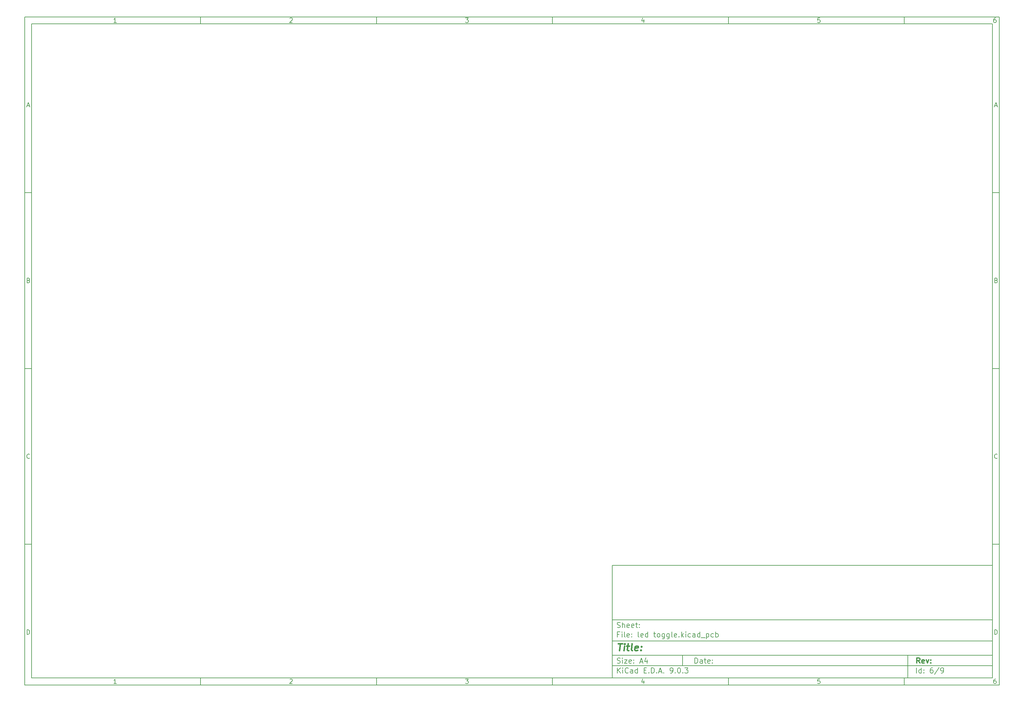
<source format=gbr>
%TF.GenerationSoftware,KiCad,Pcbnew,9.0.3*%
%TF.CreationDate,2025-07-31T01:26:59+05:30*%
%TF.ProjectId,led toggle,6c656420-746f-4676-976c-652e6b696361,rev?*%
%TF.SameCoordinates,Original*%
%TF.FileFunction,Legend,Bot*%
%TF.FilePolarity,Positive*%
%FSLAX46Y46*%
G04 Gerber Fmt 4.6, Leading zero omitted, Abs format (unit mm)*
G04 Created by KiCad (PCBNEW 9.0.3) date 2025-07-31 01:26:59*
%MOMM*%
%LPD*%
G01*
G04 APERTURE LIST*
%ADD10C,0.100000*%
%ADD11C,0.150000*%
%ADD12C,0.300000*%
%ADD13C,0.400000*%
G04 APERTURE END LIST*
D10*
D11*
X177002200Y-166007200D02*
X285002200Y-166007200D01*
X285002200Y-198007200D01*
X177002200Y-198007200D01*
X177002200Y-166007200D01*
D10*
D11*
X10000000Y-10000000D02*
X287002200Y-10000000D01*
X287002200Y-200007200D01*
X10000000Y-200007200D01*
X10000000Y-10000000D01*
D10*
D11*
X12000000Y-12000000D02*
X285002200Y-12000000D01*
X285002200Y-198007200D01*
X12000000Y-198007200D01*
X12000000Y-12000000D01*
D10*
D11*
X60000000Y-12000000D02*
X60000000Y-10000000D01*
D10*
D11*
X110000000Y-12000000D02*
X110000000Y-10000000D01*
D10*
D11*
X160000000Y-12000000D02*
X160000000Y-10000000D01*
D10*
D11*
X210000000Y-12000000D02*
X210000000Y-10000000D01*
D10*
D11*
X260000000Y-12000000D02*
X260000000Y-10000000D01*
D10*
D11*
X36089160Y-11593604D02*
X35346303Y-11593604D01*
X35717731Y-11593604D02*
X35717731Y-10293604D01*
X35717731Y-10293604D02*
X35593922Y-10479319D01*
X35593922Y-10479319D02*
X35470112Y-10603128D01*
X35470112Y-10603128D02*
X35346303Y-10665033D01*
D10*
D11*
X85346303Y-10417414D02*
X85408207Y-10355509D01*
X85408207Y-10355509D02*
X85532017Y-10293604D01*
X85532017Y-10293604D02*
X85841541Y-10293604D01*
X85841541Y-10293604D02*
X85965350Y-10355509D01*
X85965350Y-10355509D02*
X86027255Y-10417414D01*
X86027255Y-10417414D02*
X86089160Y-10541223D01*
X86089160Y-10541223D02*
X86089160Y-10665033D01*
X86089160Y-10665033D02*
X86027255Y-10850747D01*
X86027255Y-10850747D02*
X85284398Y-11593604D01*
X85284398Y-11593604D02*
X86089160Y-11593604D01*
D10*
D11*
X135284398Y-10293604D02*
X136089160Y-10293604D01*
X136089160Y-10293604D02*
X135655826Y-10788842D01*
X135655826Y-10788842D02*
X135841541Y-10788842D01*
X135841541Y-10788842D02*
X135965350Y-10850747D01*
X135965350Y-10850747D02*
X136027255Y-10912652D01*
X136027255Y-10912652D02*
X136089160Y-11036461D01*
X136089160Y-11036461D02*
X136089160Y-11345985D01*
X136089160Y-11345985D02*
X136027255Y-11469795D01*
X136027255Y-11469795D02*
X135965350Y-11531700D01*
X135965350Y-11531700D02*
X135841541Y-11593604D01*
X135841541Y-11593604D02*
X135470112Y-11593604D01*
X135470112Y-11593604D02*
X135346303Y-11531700D01*
X135346303Y-11531700D02*
X135284398Y-11469795D01*
D10*
D11*
X185965350Y-10726938D02*
X185965350Y-11593604D01*
X185655826Y-10231700D02*
X185346303Y-11160271D01*
X185346303Y-11160271D02*
X186151064Y-11160271D01*
D10*
D11*
X236027255Y-10293604D02*
X235408207Y-10293604D01*
X235408207Y-10293604D02*
X235346303Y-10912652D01*
X235346303Y-10912652D02*
X235408207Y-10850747D01*
X235408207Y-10850747D02*
X235532017Y-10788842D01*
X235532017Y-10788842D02*
X235841541Y-10788842D01*
X235841541Y-10788842D02*
X235965350Y-10850747D01*
X235965350Y-10850747D02*
X236027255Y-10912652D01*
X236027255Y-10912652D02*
X236089160Y-11036461D01*
X236089160Y-11036461D02*
X236089160Y-11345985D01*
X236089160Y-11345985D02*
X236027255Y-11469795D01*
X236027255Y-11469795D02*
X235965350Y-11531700D01*
X235965350Y-11531700D02*
X235841541Y-11593604D01*
X235841541Y-11593604D02*
X235532017Y-11593604D01*
X235532017Y-11593604D02*
X235408207Y-11531700D01*
X235408207Y-11531700D02*
X235346303Y-11469795D01*
D10*
D11*
X285965350Y-10293604D02*
X285717731Y-10293604D01*
X285717731Y-10293604D02*
X285593922Y-10355509D01*
X285593922Y-10355509D02*
X285532017Y-10417414D01*
X285532017Y-10417414D02*
X285408207Y-10603128D01*
X285408207Y-10603128D02*
X285346303Y-10850747D01*
X285346303Y-10850747D02*
X285346303Y-11345985D01*
X285346303Y-11345985D02*
X285408207Y-11469795D01*
X285408207Y-11469795D02*
X285470112Y-11531700D01*
X285470112Y-11531700D02*
X285593922Y-11593604D01*
X285593922Y-11593604D02*
X285841541Y-11593604D01*
X285841541Y-11593604D02*
X285965350Y-11531700D01*
X285965350Y-11531700D02*
X286027255Y-11469795D01*
X286027255Y-11469795D02*
X286089160Y-11345985D01*
X286089160Y-11345985D02*
X286089160Y-11036461D01*
X286089160Y-11036461D02*
X286027255Y-10912652D01*
X286027255Y-10912652D02*
X285965350Y-10850747D01*
X285965350Y-10850747D02*
X285841541Y-10788842D01*
X285841541Y-10788842D02*
X285593922Y-10788842D01*
X285593922Y-10788842D02*
X285470112Y-10850747D01*
X285470112Y-10850747D02*
X285408207Y-10912652D01*
X285408207Y-10912652D02*
X285346303Y-11036461D01*
D10*
D11*
X60000000Y-198007200D02*
X60000000Y-200007200D01*
D10*
D11*
X110000000Y-198007200D02*
X110000000Y-200007200D01*
D10*
D11*
X160000000Y-198007200D02*
X160000000Y-200007200D01*
D10*
D11*
X210000000Y-198007200D02*
X210000000Y-200007200D01*
D10*
D11*
X260000000Y-198007200D02*
X260000000Y-200007200D01*
D10*
D11*
X36089160Y-199600804D02*
X35346303Y-199600804D01*
X35717731Y-199600804D02*
X35717731Y-198300804D01*
X35717731Y-198300804D02*
X35593922Y-198486519D01*
X35593922Y-198486519D02*
X35470112Y-198610328D01*
X35470112Y-198610328D02*
X35346303Y-198672233D01*
D10*
D11*
X85346303Y-198424614D02*
X85408207Y-198362709D01*
X85408207Y-198362709D02*
X85532017Y-198300804D01*
X85532017Y-198300804D02*
X85841541Y-198300804D01*
X85841541Y-198300804D02*
X85965350Y-198362709D01*
X85965350Y-198362709D02*
X86027255Y-198424614D01*
X86027255Y-198424614D02*
X86089160Y-198548423D01*
X86089160Y-198548423D02*
X86089160Y-198672233D01*
X86089160Y-198672233D02*
X86027255Y-198857947D01*
X86027255Y-198857947D02*
X85284398Y-199600804D01*
X85284398Y-199600804D02*
X86089160Y-199600804D01*
D10*
D11*
X135284398Y-198300804D02*
X136089160Y-198300804D01*
X136089160Y-198300804D02*
X135655826Y-198796042D01*
X135655826Y-198796042D02*
X135841541Y-198796042D01*
X135841541Y-198796042D02*
X135965350Y-198857947D01*
X135965350Y-198857947D02*
X136027255Y-198919852D01*
X136027255Y-198919852D02*
X136089160Y-199043661D01*
X136089160Y-199043661D02*
X136089160Y-199353185D01*
X136089160Y-199353185D02*
X136027255Y-199476995D01*
X136027255Y-199476995D02*
X135965350Y-199538900D01*
X135965350Y-199538900D02*
X135841541Y-199600804D01*
X135841541Y-199600804D02*
X135470112Y-199600804D01*
X135470112Y-199600804D02*
X135346303Y-199538900D01*
X135346303Y-199538900D02*
X135284398Y-199476995D01*
D10*
D11*
X185965350Y-198734138D02*
X185965350Y-199600804D01*
X185655826Y-198238900D02*
X185346303Y-199167471D01*
X185346303Y-199167471D02*
X186151064Y-199167471D01*
D10*
D11*
X236027255Y-198300804D02*
X235408207Y-198300804D01*
X235408207Y-198300804D02*
X235346303Y-198919852D01*
X235346303Y-198919852D02*
X235408207Y-198857947D01*
X235408207Y-198857947D02*
X235532017Y-198796042D01*
X235532017Y-198796042D02*
X235841541Y-198796042D01*
X235841541Y-198796042D02*
X235965350Y-198857947D01*
X235965350Y-198857947D02*
X236027255Y-198919852D01*
X236027255Y-198919852D02*
X236089160Y-199043661D01*
X236089160Y-199043661D02*
X236089160Y-199353185D01*
X236089160Y-199353185D02*
X236027255Y-199476995D01*
X236027255Y-199476995D02*
X235965350Y-199538900D01*
X235965350Y-199538900D02*
X235841541Y-199600804D01*
X235841541Y-199600804D02*
X235532017Y-199600804D01*
X235532017Y-199600804D02*
X235408207Y-199538900D01*
X235408207Y-199538900D02*
X235346303Y-199476995D01*
D10*
D11*
X285965350Y-198300804D02*
X285717731Y-198300804D01*
X285717731Y-198300804D02*
X285593922Y-198362709D01*
X285593922Y-198362709D02*
X285532017Y-198424614D01*
X285532017Y-198424614D02*
X285408207Y-198610328D01*
X285408207Y-198610328D02*
X285346303Y-198857947D01*
X285346303Y-198857947D02*
X285346303Y-199353185D01*
X285346303Y-199353185D02*
X285408207Y-199476995D01*
X285408207Y-199476995D02*
X285470112Y-199538900D01*
X285470112Y-199538900D02*
X285593922Y-199600804D01*
X285593922Y-199600804D02*
X285841541Y-199600804D01*
X285841541Y-199600804D02*
X285965350Y-199538900D01*
X285965350Y-199538900D02*
X286027255Y-199476995D01*
X286027255Y-199476995D02*
X286089160Y-199353185D01*
X286089160Y-199353185D02*
X286089160Y-199043661D01*
X286089160Y-199043661D02*
X286027255Y-198919852D01*
X286027255Y-198919852D02*
X285965350Y-198857947D01*
X285965350Y-198857947D02*
X285841541Y-198796042D01*
X285841541Y-198796042D02*
X285593922Y-198796042D01*
X285593922Y-198796042D02*
X285470112Y-198857947D01*
X285470112Y-198857947D02*
X285408207Y-198919852D01*
X285408207Y-198919852D02*
X285346303Y-199043661D01*
D10*
D11*
X10000000Y-60000000D02*
X12000000Y-60000000D01*
D10*
D11*
X10000000Y-110000000D02*
X12000000Y-110000000D01*
D10*
D11*
X10000000Y-160000000D02*
X12000000Y-160000000D01*
D10*
D11*
X10690476Y-35222176D02*
X11309523Y-35222176D01*
X10566666Y-35593604D02*
X10999999Y-34293604D01*
X10999999Y-34293604D02*
X11433333Y-35593604D01*
D10*
D11*
X11092857Y-84912652D02*
X11278571Y-84974557D01*
X11278571Y-84974557D02*
X11340476Y-85036461D01*
X11340476Y-85036461D02*
X11402380Y-85160271D01*
X11402380Y-85160271D02*
X11402380Y-85345985D01*
X11402380Y-85345985D02*
X11340476Y-85469795D01*
X11340476Y-85469795D02*
X11278571Y-85531700D01*
X11278571Y-85531700D02*
X11154761Y-85593604D01*
X11154761Y-85593604D02*
X10659523Y-85593604D01*
X10659523Y-85593604D02*
X10659523Y-84293604D01*
X10659523Y-84293604D02*
X11092857Y-84293604D01*
X11092857Y-84293604D02*
X11216666Y-84355509D01*
X11216666Y-84355509D02*
X11278571Y-84417414D01*
X11278571Y-84417414D02*
X11340476Y-84541223D01*
X11340476Y-84541223D02*
X11340476Y-84665033D01*
X11340476Y-84665033D02*
X11278571Y-84788842D01*
X11278571Y-84788842D02*
X11216666Y-84850747D01*
X11216666Y-84850747D02*
X11092857Y-84912652D01*
X11092857Y-84912652D02*
X10659523Y-84912652D01*
D10*
D11*
X11402380Y-135469795D02*
X11340476Y-135531700D01*
X11340476Y-135531700D02*
X11154761Y-135593604D01*
X11154761Y-135593604D02*
X11030952Y-135593604D01*
X11030952Y-135593604D02*
X10845238Y-135531700D01*
X10845238Y-135531700D02*
X10721428Y-135407890D01*
X10721428Y-135407890D02*
X10659523Y-135284080D01*
X10659523Y-135284080D02*
X10597619Y-135036461D01*
X10597619Y-135036461D02*
X10597619Y-134850747D01*
X10597619Y-134850747D02*
X10659523Y-134603128D01*
X10659523Y-134603128D02*
X10721428Y-134479319D01*
X10721428Y-134479319D02*
X10845238Y-134355509D01*
X10845238Y-134355509D02*
X11030952Y-134293604D01*
X11030952Y-134293604D02*
X11154761Y-134293604D01*
X11154761Y-134293604D02*
X11340476Y-134355509D01*
X11340476Y-134355509D02*
X11402380Y-134417414D01*
D10*
D11*
X10659523Y-185593604D02*
X10659523Y-184293604D01*
X10659523Y-184293604D02*
X10969047Y-184293604D01*
X10969047Y-184293604D02*
X11154761Y-184355509D01*
X11154761Y-184355509D02*
X11278571Y-184479319D01*
X11278571Y-184479319D02*
X11340476Y-184603128D01*
X11340476Y-184603128D02*
X11402380Y-184850747D01*
X11402380Y-184850747D02*
X11402380Y-185036461D01*
X11402380Y-185036461D02*
X11340476Y-185284080D01*
X11340476Y-185284080D02*
X11278571Y-185407890D01*
X11278571Y-185407890D02*
X11154761Y-185531700D01*
X11154761Y-185531700D02*
X10969047Y-185593604D01*
X10969047Y-185593604D02*
X10659523Y-185593604D01*
D10*
D11*
X287002200Y-60000000D02*
X285002200Y-60000000D01*
D10*
D11*
X287002200Y-110000000D02*
X285002200Y-110000000D01*
D10*
D11*
X287002200Y-160000000D02*
X285002200Y-160000000D01*
D10*
D11*
X285692676Y-35222176D02*
X286311723Y-35222176D01*
X285568866Y-35593604D02*
X286002199Y-34293604D01*
X286002199Y-34293604D02*
X286435533Y-35593604D01*
D10*
D11*
X286095057Y-84912652D02*
X286280771Y-84974557D01*
X286280771Y-84974557D02*
X286342676Y-85036461D01*
X286342676Y-85036461D02*
X286404580Y-85160271D01*
X286404580Y-85160271D02*
X286404580Y-85345985D01*
X286404580Y-85345985D02*
X286342676Y-85469795D01*
X286342676Y-85469795D02*
X286280771Y-85531700D01*
X286280771Y-85531700D02*
X286156961Y-85593604D01*
X286156961Y-85593604D02*
X285661723Y-85593604D01*
X285661723Y-85593604D02*
X285661723Y-84293604D01*
X285661723Y-84293604D02*
X286095057Y-84293604D01*
X286095057Y-84293604D02*
X286218866Y-84355509D01*
X286218866Y-84355509D02*
X286280771Y-84417414D01*
X286280771Y-84417414D02*
X286342676Y-84541223D01*
X286342676Y-84541223D02*
X286342676Y-84665033D01*
X286342676Y-84665033D02*
X286280771Y-84788842D01*
X286280771Y-84788842D02*
X286218866Y-84850747D01*
X286218866Y-84850747D02*
X286095057Y-84912652D01*
X286095057Y-84912652D02*
X285661723Y-84912652D01*
D10*
D11*
X286404580Y-135469795D02*
X286342676Y-135531700D01*
X286342676Y-135531700D02*
X286156961Y-135593604D01*
X286156961Y-135593604D02*
X286033152Y-135593604D01*
X286033152Y-135593604D02*
X285847438Y-135531700D01*
X285847438Y-135531700D02*
X285723628Y-135407890D01*
X285723628Y-135407890D02*
X285661723Y-135284080D01*
X285661723Y-135284080D02*
X285599819Y-135036461D01*
X285599819Y-135036461D02*
X285599819Y-134850747D01*
X285599819Y-134850747D02*
X285661723Y-134603128D01*
X285661723Y-134603128D02*
X285723628Y-134479319D01*
X285723628Y-134479319D02*
X285847438Y-134355509D01*
X285847438Y-134355509D02*
X286033152Y-134293604D01*
X286033152Y-134293604D02*
X286156961Y-134293604D01*
X286156961Y-134293604D02*
X286342676Y-134355509D01*
X286342676Y-134355509D02*
X286404580Y-134417414D01*
D10*
D11*
X285661723Y-185593604D02*
X285661723Y-184293604D01*
X285661723Y-184293604D02*
X285971247Y-184293604D01*
X285971247Y-184293604D02*
X286156961Y-184355509D01*
X286156961Y-184355509D02*
X286280771Y-184479319D01*
X286280771Y-184479319D02*
X286342676Y-184603128D01*
X286342676Y-184603128D02*
X286404580Y-184850747D01*
X286404580Y-184850747D02*
X286404580Y-185036461D01*
X286404580Y-185036461D02*
X286342676Y-185284080D01*
X286342676Y-185284080D02*
X286280771Y-185407890D01*
X286280771Y-185407890D02*
X286156961Y-185531700D01*
X286156961Y-185531700D02*
X285971247Y-185593604D01*
X285971247Y-185593604D02*
X285661723Y-185593604D01*
D10*
D11*
X200458026Y-193793328D02*
X200458026Y-192293328D01*
X200458026Y-192293328D02*
X200815169Y-192293328D01*
X200815169Y-192293328D02*
X201029455Y-192364757D01*
X201029455Y-192364757D02*
X201172312Y-192507614D01*
X201172312Y-192507614D02*
X201243741Y-192650471D01*
X201243741Y-192650471D02*
X201315169Y-192936185D01*
X201315169Y-192936185D02*
X201315169Y-193150471D01*
X201315169Y-193150471D02*
X201243741Y-193436185D01*
X201243741Y-193436185D02*
X201172312Y-193579042D01*
X201172312Y-193579042D02*
X201029455Y-193721900D01*
X201029455Y-193721900D02*
X200815169Y-193793328D01*
X200815169Y-193793328D02*
X200458026Y-193793328D01*
X202600884Y-193793328D02*
X202600884Y-193007614D01*
X202600884Y-193007614D02*
X202529455Y-192864757D01*
X202529455Y-192864757D02*
X202386598Y-192793328D01*
X202386598Y-192793328D02*
X202100884Y-192793328D01*
X202100884Y-192793328D02*
X201958026Y-192864757D01*
X202600884Y-193721900D02*
X202458026Y-193793328D01*
X202458026Y-193793328D02*
X202100884Y-193793328D01*
X202100884Y-193793328D02*
X201958026Y-193721900D01*
X201958026Y-193721900D02*
X201886598Y-193579042D01*
X201886598Y-193579042D02*
X201886598Y-193436185D01*
X201886598Y-193436185D02*
X201958026Y-193293328D01*
X201958026Y-193293328D02*
X202100884Y-193221900D01*
X202100884Y-193221900D02*
X202458026Y-193221900D01*
X202458026Y-193221900D02*
X202600884Y-193150471D01*
X203100884Y-192793328D02*
X203672312Y-192793328D01*
X203315169Y-192293328D02*
X203315169Y-193579042D01*
X203315169Y-193579042D02*
X203386598Y-193721900D01*
X203386598Y-193721900D02*
X203529455Y-193793328D01*
X203529455Y-193793328D02*
X203672312Y-193793328D01*
X204743741Y-193721900D02*
X204600884Y-193793328D01*
X204600884Y-193793328D02*
X204315170Y-193793328D01*
X204315170Y-193793328D02*
X204172312Y-193721900D01*
X204172312Y-193721900D02*
X204100884Y-193579042D01*
X204100884Y-193579042D02*
X204100884Y-193007614D01*
X204100884Y-193007614D02*
X204172312Y-192864757D01*
X204172312Y-192864757D02*
X204315170Y-192793328D01*
X204315170Y-192793328D02*
X204600884Y-192793328D01*
X204600884Y-192793328D02*
X204743741Y-192864757D01*
X204743741Y-192864757D02*
X204815170Y-193007614D01*
X204815170Y-193007614D02*
X204815170Y-193150471D01*
X204815170Y-193150471D02*
X204100884Y-193293328D01*
X205458026Y-193650471D02*
X205529455Y-193721900D01*
X205529455Y-193721900D02*
X205458026Y-193793328D01*
X205458026Y-193793328D02*
X205386598Y-193721900D01*
X205386598Y-193721900D02*
X205458026Y-193650471D01*
X205458026Y-193650471D02*
X205458026Y-193793328D01*
X205458026Y-192864757D02*
X205529455Y-192936185D01*
X205529455Y-192936185D02*
X205458026Y-193007614D01*
X205458026Y-193007614D02*
X205386598Y-192936185D01*
X205386598Y-192936185D02*
X205458026Y-192864757D01*
X205458026Y-192864757D02*
X205458026Y-193007614D01*
D10*
D11*
X177002200Y-194507200D02*
X285002200Y-194507200D01*
D10*
D11*
X178458026Y-196593328D02*
X178458026Y-195093328D01*
X179315169Y-196593328D02*
X178672312Y-195736185D01*
X179315169Y-195093328D02*
X178458026Y-195950471D01*
X179958026Y-196593328D02*
X179958026Y-195593328D01*
X179958026Y-195093328D02*
X179886598Y-195164757D01*
X179886598Y-195164757D02*
X179958026Y-195236185D01*
X179958026Y-195236185D02*
X180029455Y-195164757D01*
X180029455Y-195164757D02*
X179958026Y-195093328D01*
X179958026Y-195093328D02*
X179958026Y-195236185D01*
X181529455Y-196450471D02*
X181458027Y-196521900D01*
X181458027Y-196521900D02*
X181243741Y-196593328D01*
X181243741Y-196593328D02*
X181100884Y-196593328D01*
X181100884Y-196593328D02*
X180886598Y-196521900D01*
X180886598Y-196521900D02*
X180743741Y-196379042D01*
X180743741Y-196379042D02*
X180672312Y-196236185D01*
X180672312Y-196236185D02*
X180600884Y-195950471D01*
X180600884Y-195950471D02*
X180600884Y-195736185D01*
X180600884Y-195736185D02*
X180672312Y-195450471D01*
X180672312Y-195450471D02*
X180743741Y-195307614D01*
X180743741Y-195307614D02*
X180886598Y-195164757D01*
X180886598Y-195164757D02*
X181100884Y-195093328D01*
X181100884Y-195093328D02*
X181243741Y-195093328D01*
X181243741Y-195093328D02*
X181458027Y-195164757D01*
X181458027Y-195164757D02*
X181529455Y-195236185D01*
X182815170Y-196593328D02*
X182815170Y-195807614D01*
X182815170Y-195807614D02*
X182743741Y-195664757D01*
X182743741Y-195664757D02*
X182600884Y-195593328D01*
X182600884Y-195593328D02*
X182315170Y-195593328D01*
X182315170Y-195593328D02*
X182172312Y-195664757D01*
X182815170Y-196521900D02*
X182672312Y-196593328D01*
X182672312Y-196593328D02*
X182315170Y-196593328D01*
X182315170Y-196593328D02*
X182172312Y-196521900D01*
X182172312Y-196521900D02*
X182100884Y-196379042D01*
X182100884Y-196379042D02*
X182100884Y-196236185D01*
X182100884Y-196236185D02*
X182172312Y-196093328D01*
X182172312Y-196093328D02*
X182315170Y-196021900D01*
X182315170Y-196021900D02*
X182672312Y-196021900D01*
X182672312Y-196021900D02*
X182815170Y-195950471D01*
X184172313Y-196593328D02*
X184172313Y-195093328D01*
X184172313Y-196521900D02*
X184029455Y-196593328D01*
X184029455Y-196593328D02*
X183743741Y-196593328D01*
X183743741Y-196593328D02*
X183600884Y-196521900D01*
X183600884Y-196521900D02*
X183529455Y-196450471D01*
X183529455Y-196450471D02*
X183458027Y-196307614D01*
X183458027Y-196307614D02*
X183458027Y-195879042D01*
X183458027Y-195879042D02*
X183529455Y-195736185D01*
X183529455Y-195736185D02*
X183600884Y-195664757D01*
X183600884Y-195664757D02*
X183743741Y-195593328D01*
X183743741Y-195593328D02*
X184029455Y-195593328D01*
X184029455Y-195593328D02*
X184172313Y-195664757D01*
X186029455Y-195807614D02*
X186529455Y-195807614D01*
X186743741Y-196593328D02*
X186029455Y-196593328D01*
X186029455Y-196593328D02*
X186029455Y-195093328D01*
X186029455Y-195093328D02*
X186743741Y-195093328D01*
X187386598Y-196450471D02*
X187458027Y-196521900D01*
X187458027Y-196521900D02*
X187386598Y-196593328D01*
X187386598Y-196593328D02*
X187315170Y-196521900D01*
X187315170Y-196521900D02*
X187386598Y-196450471D01*
X187386598Y-196450471D02*
X187386598Y-196593328D01*
X188100884Y-196593328D02*
X188100884Y-195093328D01*
X188100884Y-195093328D02*
X188458027Y-195093328D01*
X188458027Y-195093328D02*
X188672313Y-195164757D01*
X188672313Y-195164757D02*
X188815170Y-195307614D01*
X188815170Y-195307614D02*
X188886599Y-195450471D01*
X188886599Y-195450471D02*
X188958027Y-195736185D01*
X188958027Y-195736185D02*
X188958027Y-195950471D01*
X188958027Y-195950471D02*
X188886599Y-196236185D01*
X188886599Y-196236185D02*
X188815170Y-196379042D01*
X188815170Y-196379042D02*
X188672313Y-196521900D01*
X188672313Y-196521900D02*
X188458027Y-196593328D01*
X188458027Y-196593328D02*
X188100884Y-196593328D01*
X189600884Y-196450471D02*
X189672313Y-196521900D01*
X189672313Y-196521900D02*
X189600884Y-196593328D01*
X189600884Y-196593328D02*
X189529456Y-196521900D01*
X189529456Y-196521900D02*
X189600884Y-196450471D01*
X189600884Y-196450471D02*
X189600884Y-196593328D01*
X190243742Y-196164757D02*
X190958028Y-196164757D01*
X190100885Y-196593328D02*
X190600885Y-195093328D01*
X190600885Y-195093328D02*
X191100885Y-196593328D01*
X191600884Y-196450471D02*
X191672313Y-196521900D01*
X191672313Y-196521900D02*
X191600884Y-196593328D01*
X191600884Y-196593328D02*
X191529456Y-196521900D01*
X191529456Y-196521900D02*
X191600884Y-196450471D01*
X191600884Y-196450471D02*
X191600884Y-196593328D01*
X193529456Y-196593328D02*
X193815170Y-196593328D01*
X193815170Y-196593328D02*
X193958027Y-196521900D01*
X193958027Y-196521900D02*
X194029456Y-196450471D01*
X194029456Y-196450471D02*
X194172313Y-196236185D01*
X194172313Y-196236185D02*
X194243742Y-195950471D01*
X194243742Y-195950471D02*
X194243742Y-195379042D01*
X194243742Y-195379042D02*
X194172313Y-195236185D01*
X194172313Y-195236185D02*
X194100885Y-195164757D01*
X194100885Y-195164757D02*
X193958027Y-195093328D01*
X193958027Y-195093328D02*
X193672313Y-195093328D01*
X193672313Y-195093328D02*
X193529456Y-195164757D01*
X193529456Y-195164757D02*
X193458027Y-195236185D01*
X193458027Y-195236185D02*
X193386599Y-195379042D01*
X193386599Y-195379042D02*
X193386599Y-195736185D01*
X193386599Y-195736185D02*
X193458027Y-195879042D01*
X193458027Y-195879042D02*
X193529456Y-195950471D01*
X193529456Y-195950471D02*
X193672313Y-196021900D01*
X193672313Y-196021900D02*
X193958027Y-196021900D01*
X193958027Y-196021900D02*
X194100885Y-195950471D01*
X194100885Y-195950471D02*
X194172313Y-195879042D01*
X194172313Y-195879042D02*
X194243742Y-195736185D01*
X194886598Y-196450471D02*
X194958027Y-196521900D01*
X194958027Y-196521900D02*
X194886598Y-196593328D01*
X194886598Y-196593328D02*
X194815170Y-196521900D01*
X194815170Y-196521900D02*
X194886598Y-196450471D01*
X194886598Y-196450471D02*
X194886598Y-196593328D01*
X195886599Y-195093328D02*
X196029456Y-195093328D01*
X196029456Y-195093328D02*
X196172313Y-195164757D01*
X196172313Y-195164757D02*
X196243742Y-195236185D01*
X196243742Y-195236185D02*
X196315170Y-195379042D01*
X196315170Y-195379042D02*
X196386599Y-195664757D01*
X196386599Y-195664757D02*
X196386599Y-196021900D01*
X196386599Y-196021900D02*
X196315170Y-196307614D01*
X196315170Y-196307614D02*
X196243742Y-196450471D01*
X196243742Y-196450471D02*
X196172313Y-196521900D01*
X196172313Y-196521900D02*
X196029456Y-196593328D01*
X196029456Y-196593328D02*
X195886599Y-196593328D01*
X195886599Y-196593328D02*
X195743742Y-196521900D01*
X195743742Y-196521900D02*
X195672313Y-196450471D01*
X195672313Y-196450471D02*
X195600884Y-196307614D01*
X195600884Y-196307614D02*
X195529456Y-196021900D01*
X195529456Y-196021900D02*
X195529456Y-195664757D01*
X195529456Y-195664757D02*
X195600884Y-195379042D01*
X195600884Y-195379042D02*
X195672313Y-195236185D01*
X195672313Y-195236185D02*
X195743742Y-195164757D01*
X195743742Y-195164757D02*
X195886599Y-195093328D01*
X197029455Y-196450471D02*
X197100884Y-196521900D01*
X197100884Y-196521900D02*
X197029455Y-196593328D01*
X197029455Y-196593328D02*
X196958027Y-196521900D01*
X196958027Y-196521900D02*
X197029455Y-196450471D01*
X197029455Y-196450471D02*
X197029455Y-196593328D01*
X197600884Y-195093328D02*
X198529456Y-195093328D01*
X198529456Y-195093328D02*
X198029456Y-195664757D01*
X198029456Y-195664757D02*
X198243741Y-195664757D01*
X198243741Y-195664757D02*
X198386599Y-195736185D01*
X198386599Y-195736185D02*
X198458027Y-195807614D01*
X198458027Y-195807614D02*
X198529456Y-195950471D01*
X198529456Y-195950471D02*
X198529456Y-196307614D01*
X198529456Y-196307614D02*
X198458027Y-196450471D01*
X198458027Y-196450471D02*
X198386599Y-196521900D01*
X198386599Y-196521900D02*
X198243741Y-196593328D01*
X198243741Y-196593328D02*
X197815170Y-196593328D01*
X197815170Y-196593328D02*
X197672313Y-196521900D01*
X197672313Y-196521900D02*
X197600884Y-196450471D01*
D10*
D11*
X177002200Y-191507200D02*
X285002200Y-191507200D01*
D10*
D12*
X264413853Y-193785528D02*
X263913853Y-193071242D01*
X263556710Y-193785528D02*
X263556710Y-192285528D01*
X263556710Y-192285528D02*
X264128139Y-192285528D01*
X264128139Y-192285528D02*
X264270996Y-192356957D01*
X264270996Y-192356957D02*
X264342425Y-192428385D01*
X264342425Y-192428385D02*
X264413853Y-192571242D01*
X264413853Y-192571242D02*
X264413853Y-192785528D01*
X264413853Y-192785528D02*
X264342425Y-192928385D01*
X264342425Y-192928385D02*
X264270996Y-192999814D01*
X264270996Y-192999814D02*
X264128139Y-193071242D01*
X264128139Y-193071242D02*
X263556710Y-193071242D01*
X265628139Y-193714100D02*
X265485282Y-193785528D01*
X265485282Y-193785528D02*
X265199568Y-193785528D01*
X265199568Y-193785528D02*
X265056710Y-193714100D01*
X265056710Y-193714100D02*
X264985282Y-193571242D01*
X264985282Y-193571242D02*
X264985282Y-192999814D01*
X264985282Y-192999814D02*
X265056710Y-192856957D01*
X265056710Y-192856957D02*
X265199568Y-192785528D01*
X265199568Y-192785528D02*
X265485282Y-192785528D01*
X265485282Y-192785528D02*
X265628139Y-192856957D01*
X265628139Y-192856957D02*
X265699568Y-192999814D01*
X265699568Y-192999814D02*
X265699568Y-193142671D01*
X265699568Y-193142671D02*
X264985282Y-193285528D01*
X266199567Y-192785528D02*
X266556710Y-193785528D01*
X266556710Y-193785528D02*
X266913853Y-192785528D01*
X267485281Y-193642671D02*
X267556710Y-193714100D01*
X267556710Y-193714100D02*
X267485281Y-193785528D01*
X267485281Y-193785528D02*
X267413853Y-193714100D01*
X267413853Y-193714100D02*
X267485281Y-193642671D01*
X267485281Y-193642671D02*
X267485281Y-193785528D01*
X267485281Y-192856957D02*
X267556710Y-192928385D01*
X267556710Y-192928385D02*
X267485281Y-192999814D01*
X267485281Y-192999814D02*
X267413853Y-192928385D01*
X267413853Y-192928385D02*
X267485281Y-192856957D01*
X267485281Y-192856957D02*
X267485281Y-192999814D01*
D10*
D11*
X178386598Y-193721900D02*
X178600884Y-193793328D01*
X178600884Y-193793328D02*
X178958026Y-193793328D01*
X178958026Y-193793328D02*
X179100884Y-193721900D01*
X179100884Y-193721900D02*
X179172312Y-193650471D01*
X179172312Y-193650471D02*
X179243741Y-193507614D01*
X179243741Y-193507614D02*
X179243741Y-193364757D01*
X179243741Y-193364757D02*
X179172312Y-193221900D01*
X179172312Y-193221900D02*
X179100884Y-193150471D01*
X179100884Y-193150471D02*
X178958026Y-193079042D01*
X178958026Y-193079042D02*
X178672312Y-193007614D01*
X178672312Y-193007614D02*
X178529455Y-192936185D01*
X178529455Y-192936185D02*
X178458026Y-192864757D01*
X178458026Y-192864757D02*
X178386598Y-192721900D01*
X178386598Y-192721900D02*
X178386598Y-192579042D01*
X178386598Y-192579042D02*
X178458026Y-192436185D01*
X178458026Y-192436185D02*
X178529455Y-192364757D01*
X178529455Y-192364757D02*
X178672312Y-192293328D01*
X178672312Y-192293328D02*
X179029455Y-192293328D01*
X179029455Y-192293328D02*
X179243741Y-192364757D01*
X179886597Y-193793328D02*
X179886597Y-192793328D01*
X179886597Y-192293328D02*
X179815169Y-192364757D01*
X179815169Y-192364757D02*
X179886597Y-192436185D01*
X179886597Y-192436185D02*
X179958026Y-192364757D01*
X179958026Y-192364757D02*
X179886597Y-192293328D01*
X179886597Y-192293328D02*
X179886597Y-192436185D01*
X180458026Y-192793328D02*
X181243741Y-192793328D01*
X181243741Y-192793328D02*
X180458026Y-193793328D01*
X180458026Y-193793328D02*
X181243741Y-193793328D01*
X182386598Y-193721900D02*
X182243741Y-193793328D01*
X182243741Y-193793328D02*
X181958027Y-193793328D01*
X181958027Y-193793328D02*
X181815169Y-193721900D01*
X181815169Y-193721900D02*
X181743741Y-193579042D01*
X181743741Y-193579042D02*
X181743741Y-193007614D01*
X181743741Y-193007614D02*
X181815169Y-192864757D01*
X181815169Y-192864757D02*
X181958027Y-192793328D01*
X181958027Y-192793328D02*
X182243741Y-192793328D01*
X182243741Y-192793328D02*
X182386598Y-192864757D01*
X182386598Y-192864757D02*
X182458027Y-193007614D01*
X182458027Y-193007614D02*
X182458027Y-193150471D01*
X182458027Y-193150471D02*
X181743741Y-193293328D01*
X183100883Y-193650471D02*
X183172312Y-193721900D01*
X183172312Y-193721900D02*
X183100883Y-193793328D01*
X183100883Y-193793328D02*
X183029455Y-193721900D01*
X183029455Y-193721900D02*
X183100883Y-193650471D01*
X183100883Y-193650471D02*
X183100883Y-193793328D01*
X183100883Y-192864757D02*
X183172312Y-192936185D01*
X183172312Y-192936185D02*
X183100883Y-193007614D01*
X183100883Y-193007614D02*
X183029455Y-192936185D01*
X183029455Y-192936185D02*
X183100883Y-192864757D01*
X183100883Y-192864757D02*
X183100883Y-193007614D01*
X184886598Y-193364757D02*
X185600884Y-193364757D01*
X184743741Y-193793328D02*
X185243741Y-192293328D01*
X185243741Y-192293328D02*
X185743741Y-193793328D01*
X186886598Y-192793328D02*
X186886598Y-193793328D01*
X186529455Y-192221900D02*
X186172312Y-193293328D01*
X186172312Y-193293328D02*
X187100883Y-193293328D01*
D10*
D11*
X263458026Y-196593328D02*
X263458026Y-195093328D01*
X264815170Y-196593328D02*
X264815170Y-195093328D01*
X264815170Y-196521900D02*
X264672312Y-196593328D01*
X264672312Y-196593328D02*
X264386598Y-196593328D01*
X264386598Y-196593328D02*
X264243741Y-196521900D01*
X264243741Y-196521900D02*
X264172312Y-196450471D01*
X264172312Y-196450471D02*
X264100884Y-196307614D01*
X264100884Y-196307614D02*
X264100884Y-195879042D01*
X264100884Y-195879042D02*
X264172312Y-195736185D01*
X264172312Y-195736185D02*
X264243741Y-195664757D01*
X264243741Y-195664757D02*
X264386598Y-195593328D01*
X264386598Y-195593328D02*
X264672312Y-195593328D01*
X264672312Y-195593328D02*
X264815170Y-195664757D01*
X265529455Y-196450471D02*
X265600884Y-196521900D01*
X265600884Y-196521900D02*
X265529455Y-196593328D01*
X265529455Y-196593328D02*
X265458027Y-196521900D01*
X265458027Y-196521900D02*
X265529455Y-196450471D01*
X265529455Y-196450471D02*
X265529455Y-196593328D01*
X265529455Y-195664757D02*
X265600884Y-195736185D01*
X265600884Y-195736185D02*
X265529455Y-195807614D01*
X265529455Y-195807614D02*
X265458027Y-195736185D01*
X265458027Y-195736185D02*
X265529455Y-195664757D01*
X265529455Y-195664757D02*
X265529455Y-195807614D01*
X268029456Y-195093328D02*
X267743741Y-195093328D01*
X267743741Y-195093328D02*
X267600884Y-195164757D01*
X267600884Y-195164757D02*
X267529456Y-195236185D01*
X267529456Y-195236185D02*
X267386598Y-195450471D01*
X267386598Y-195450471D02*
X267315170Y-195736185D01*
X267315170Y-195736185D02*
X267315170Y-196307614D01*
X267315170Y-196307614D02*
X267386598Y-196450471D01*
X267386598Y-196450471D02*
X267458027Y-196521900D01*
X267458027Y-196521900D02*
X267600884Y-196593328D01*
X267600884Y-196593328D02*
X267886598Y-196593328D01*
X267886598Y-196593328D02*
X268029456Y-196521900D01*
X268029456Y-196521900D02*
X268100884Y-196450471D01*
X268100884Y-196450471D02*
X268172313Y-196307614D01*
X268172313Y-196307614D02*
X268172313Y-195950471D01*
X268172313Y-195950471D02*
X268100884Y-195807614D01*
X268100884Y-195807614D02*
X268029456Y-195736185D01*
X268029456Y-195736185D02*
X267886598Y-195664757D01*
X267886598Y-195664757D02*
X267600884Y-195664757D01*
X267600884Y-195664757D02*
X267458027Y-195736185D01*
X267458027Y-195736185D02*
X267386598Y-195807614D01*
X267386598Y-195807614D02*
X267315170Y-195950471D01*
X269886598Y-195021900D02*
X268600884Y-196950471D01*
X270458027Y-196593328D02*
X270743741Y-196593328D01*
X270743741Y-196593328D02*
X270886598Y-196521900D01*
X270886598Y-196521900D02*
X270958027Y-196450471D01*
X270958027Y-196450471D02*
X271100884Y-196236185D01*
X271100884Y-196236185D02*
X271172313Y-195950471D01*
X271172313Y-195950471D02*
X271172313Y-195379042D01*
X271172313Y-195379042D02*
X271100884Y-195236185D01*
X271100884Y-195236185D02*
X271029456Y-195164757D01*
X271029456Y-195164757D02*
X270886598Y-195093328D01*
X270886598Y-195093328D02*
X270600884Y-195093328D01*
X270600884Y-195093328D02*
X270458027Y-195164757D01*
X270458027Y-195164757D02*
X270386598Y-195236185D01*
X270386598Y-195236185D02*
X270315170Y-195379042D01*
X270315170Y-195379042D02*
X270315170Y-195736185D01*
X270315170Y-195736185D02*
X270386598Y-195879042D01*
X270386598Y-195879042D02*
X270458027Y-195950471D01*
X270458027Y-195950471D02*
X270600884Y-196021900D01*
X270600884Y-196021900D02*
X270886598Y-196021900D01*
X270886598Y-196021900D02*
X271029456Y-195950471D01*
X271029456Y-195950471D02*
X271100884Y-195879042D01*
X271100884Y-195879042D02*
X271172313Y-195736185D01*
D10*
D11*
X177002200Y-187507200D02*
X285002200Y-187507200D01*
D10*
D13*
X178693928Y-188211638D02*
X179836785Y-188211638D01*
X179015357Y-190211638D02*
X179265357Y-188211638D01*
X180253452Y-190211638D02*
X180420119Y-188878304D01*
X180503452Y-188211638D02*
X180396309Y-188306876D01*
X180396309Y-188306876D02*
X180479643Y-188402114D01*
X180479643Y-188402114D02*
X180586786Y-188306876D01*
X180586786Y-188306876D02*
X180503452Y-188211638D01*
X180503452Y-188211638D02*
X180479643Y-188402114D01*
X181086786Y-188878304D02*
X181848690Y-188878304D01*
X181455833Y-188211638D02*
X181241548Y-189925923D01*
X181241548Y-189925923D02*
X181312976Y-190116400D01*
X181312976Y-190116400D02*
X181491548Y-190211638D01*
X181491548Y-190211638D02*
X181682024Y-190211638D01*
X182634405Y-190211638D02*
X182455833Y-190116400D01*
X182455833Y-190116400D02*
X182384405Y-189925923D01*
X182384405Y-189925923D02*
X182598690Y-188211638D01*
X184170119Y-190116400D02*
X183967738Y-190211638D01*
X183967738Y-190211638D02*
X183586785Y-190211638D01*
X183586785Y-190211638D02*
X183408214Y-190116400D01*
X183408214Y-190116400D02*
X183336785Y-189925923D01*
X183336785Y-189925923D02*
X183432024Y-189164019D01*
X183432024Y-189164019D02*
X183551071Y-188973542D01*
X183551071Y-188973542D02*
X183753452Y-188878304D01*
X183753452Y-188878304D02*
X184134404Y-188878304D01*
X184134404Y-188878304D02*
X184312976Y-188973542D01*
X184312976Y-188973542D02*
X184384404Y-189164019D01*
X184384404Y-189164019D02*
X184360595Y-189354495D01*
X184360595Y-189354495D02*
X183384404Y-189544971D01*
X185134405Y-190021161D02*
X185217738Y-190116400D01*
X185217738Y-190116400D02*
X185110595Y-190211638D01*
X185110595Y-190211638D02*
X185027262Y-190116400D01*
X185027262Y-190116400D02*
X185134405Y-190021161D01*
X185134405Y-190021161D02*
X185110595Y-190211638D01*
X185265357Y-188973542D02*
X185348690Y-189068780D01*
X185348690Y-189068780D02*
X185241548Y-189164019D01*
X185241548Y-189164019D02*
X185158214Y-189068780D01*
X185158214Y-189068780D02*
X185265357Y-188973542D01*
X185265357Y-188973542D02*
X185241548Y-189164019D01*
D10*
D11*
X178958026Y-185607614D02*
X178458026Y-185607614D01*
X178458026Y-186393328D02*
X178458026Y-184893328D01*
X178458026Y-184893328D02*
X179172312Y-184893328D01*
X179743740Y-186393328D02*
X179743740Y-185393328D01*
X179743740Y-184893328D02*
X179672312Y-184964757D01*
X179672312Y-184964757D02*
X179743740Y-185036185D01*
X179743740Y-185036185D02*
X179815169Y-184964757D01*
X179815169Y-184964757D02*
X179743740Y-184893328D01*
X179743740Y-184893328D02*
X179743740Y-185036185D01*
X180672312Y-186393328D02*
X180529455Y-186321900D01*
X180529455Y-186321900D02*
X180458026Y-186179042D01*
X180458026Y-186179042D02*
X180458026Y-184893328D01*
X181815169Y-186321900D02*
X181672312Y-186393328D01*
X181672312Y-186393328D02*
X181386598Y-186393328D01*
X181386598Y-186393328D02*
X181243740Y-186321900D01*
X181243740Y-186321900D02*
X181172312Y-186179042D01*
X181172312Y-186179042D02*
X181172312Y-185607614D01*
X181172312Y-185607614D02*
X181243740Y-185464757D01*
X181243740Y-185464757D02*
X181386598Y-185393328D01*
X181386598Y-185393328D02*
X181672312Y-185393328D01*
X181672312Y-185393328D02*
X181815169Y-185464757D01*
X181815169Y-185464757D02*
X181886598Y-185607614D01*
X181886598Y-185607614D02*
X181886598Y-185750471D01*
X181886598Y-185750471D02*
X181172312Y-185893328D01*
X182529454Y-186250471D02*
X182600883Y-186321900D01*
X182600883Y-186321900D02*
X182529454Y-186393328D01*
X182529454Y-186393328D02*
X182458026Y-186321900D01*
X182458026Y-186321900D02*
X182529454Y-186250471D01*
X182529454Y-186250471D02*
X182529454Y-186393328D01*
X182529454Y-185464757D02*
X182600883Y-185536185D01*
X182600883Y-185536185D02*
X182529454Y-185607614D01*
X182529454Y-185607614D02*
X182458026Y-185536185D01*
X182458026Y-185536185D02*
X182529454Y-185464757D01*
X182529454Y-185464757D02*
X182529454Y-185607614D01*
X184600883Y-186393328D02*
X184458026Y-186321900D01*
X184458026Y-186321900D02*
X184386597Y-186179042D01*
X184386597Y-186179042D02*
X184386597Y-184893328D01*
X185743740Y-186321900D02*
X185600883Y-186393328D01*
X185600883Y-186393328D02*
X185315169Y-186393328D01*
X185315169Y-186393328D02*
X185172311Y-186321900D01*
X185172311Y-186321900D02*
X185100883Y-186179042D01*
X185100883Y-186179042D02*
X185100883Y-185607614D01*
X185100883Y-185607614D02*
X185172311Y-185464757D01*
X185172311Y-185464757D02*
X185315169Y-185393328D01*
X185315169Y-185393328D02*
X185600883Y-185393328D01*
X185600883Y-185393328D02*
X185743740Y-185464757D01*
X185743740Y-185464757D02*
X185815169Y-185607614D01*
X185815169Y-185607614D02*
X185815169Y-185750471D01*
X185815169Y-185750471D02*
X185100883Y-185893328D01*
X187100883Y-186393328D02*
X187100883Y-184893328D01*
X187100883Y-186321900D02*
X186958025Y-186393328D01*
X186958025Y-186393328D02*
X186672311Y-186393328D01*
X186672311Y-186393328D02*
X186529454Y-186321900D01*
X186529454Y-186321900D02*
X186458025Y-186250471D01*
X186458025Y-186250471D02*
X186386597Y-186107614D01*
X186386597Y-186107614D02*
X186386597Y-185679042D01*
X186386597Y-185679042D02*
X186458025Y-185536185D01*
X186458025Y-185536185D02*
X186529454Y-185464757D01*
X186529454Y-185464757D02*
X186672311Y-185393328D01*
X186672311Y-185393328D02*
X186958025Y-185393328D01*
X186958025Y-185393328D02*
X187100883Y-185464757D01*
X188743740Y-185393328D02*
X189315168Y-185393328D01*
X188958025Y-184893328D02*
X188958025Y-186179042D01*
X188958025Y-186179042D02*
X189029454Y-186321900D01*
X189029454Y-186321900D02*
X189172311Y-186393328D01*
X189172311Y-186393328D02*
X189315168Y-186393328D01*
X190029454Y-186393328D02*
X189886597Y-186321900D01*
X189886597Y-186321900D02*
X189815168Y-186250471D01*
X189815168Y-186250471D02*
X189743740Y-186107614D01*
X189743740Y-186107614D02*
X189743740Y-185679042D01*
X189743740Y-185679042D02*
X189815168Y-185536185D01*
X189815168Y-185536185D02*
X189886597Y-185464757D01*
X189886597Y-185464757D02*
X190029454Y-185393328D01*
X190029454Y-185393328D02*
X190243740Y-185393328D01*
X190243740Y-185393328D02*
X190386597Y-185464757D01*
X190386597Y-185464757D02*
X190458026Y-185536185D01*
X190458026Y-185536185D02*
X190529454Y-185679042D01*
X190529454Y-185679042D02*
X190529454Y-186107614D01*
X190529454Y-186107614D02*
X190458026Y-186250471D01*
X190458026Y-186250471D02*
X190386597Y-186321900D01*
X190386597Y-186321900D02*
X190243740Y-186393328D01*
X190243740Y-186393328D02*
X190029454Y-186393328D01*
X191815169Y-185393328D02*
X191815169Y-186607614D01*
X191815169Y-186607614D02*
X191743740Y-186750471D01*
X191743740Y-186750471D02*
X191672311Y-186821900D01*
X191672311Y-186821900D02*
X191529454Y-186893328D01*
X191529454Y-186893328D02*
X191315169Y-186893328D01*
X191315169Y-186893328D02*
X191172311Y-186821900D01*
X191815169Y-186321900D02*
X191672311Y-186393328D01*
X191672311Y-186393328D02*
X191386597Y-186393328D01*
X191386597Y-186393328D02*
X191243740Y-186321900D01*
X191243740Y-186321900D02*
X191172311Y-186250471D01*
X191172311Y-186250471D02*
X191100883Y-186107614D01*
X191100883Y-186107614D02*
X191100883Y-185679042D01*
X191100883Y-185679042D02*
X191172311Y-185536185D01*
X191172311Y-185536185D02*
X191243740Y-185464757D01*
X191243740Y-185464757D02*
X191386597Y-185393328D01*
X191386597Y-185393328D02*
X191672311Y-185393328D01*
X191672311Y-185393328D02*
X191815169Y-185464757D01*
X193172312Y-185393328D02*
X193172312Y-186607614D01*
X193172312Y-186607614D02*
X193100883Y-186750471D01*
X193100883Y-186750471D02*
X193029454Y-186821900D01*
X193029454Y-186821900D02*
X192886597Y-186893328D01*
X192886597Y-186893328D02*
X192672312Y-186893328D01*
X192672312Y-186893328D02*
X192529454Y-186821900D01*
X193172312Y-186321900D02*
X193029454Y-186393328D01*
X193029454Y-186393328D02*
X192743740Y-186393328D01*
X192743740Y-186393328D02*
X192600883Y-186321900D01*
X192600883Y-186321900D02*
X192529454Y-186250471D01*
X192529454Y-186250471D02*
X192458026Y-186107614D01*
X192458026Y-186107614D02*
X192458026Y-185679042D01*
X192458026Y-185679042D02*
X192529454Y-185536185D01*
X192529454Y-185536185D02*
X192600883Y-185464757D01*
X192600883Y-185464757D02*
X192743740Y-185393328D01*
X192743740Y-185393328D02*
X193029454Y-185393328D01*
X193029454Y-185393328D02*
X193172312Y-185464757D01*
X194100883Y-186393328D02*
X193958026Y-186321900D01*
X193958026Y-186321900D02*
X193886597Y-186179042D01*
X193886597Y-186179042D02*
X193886597Y-184893328D01*
X195243740Y-186321900D02*
X195100883Y-186393328D01*
X195100883Y-186393328D02*
X194815169Y-186393328D01*
X194815169Y-186393328D02*
X194672311Y-186321900D01*
X194672311Y-186321900D02*
X194600883Y-186179042D01*
X194600883Y-186179042D02*
X194600883Y-185607614D01*
X194600883Y-185607614D02*
X194672311Y-185464757D01*
X194672311Y-185464757D02*
X194815169Y-185393328D01*
X194815169Y-185393328D02*
X195100883Y-185393328D01*
X195100883Y-185393328D02*
X195243740Y-185464757D01*
X195243740Y-185464757D02*
X195315169Y-185607614D01*
X195315169Y-185607614D02*
X195315169Y-185750471D01*
X195315169Y-185750471D02*
X194600883Y-185893328D01*
X195958025Y-186250471D02*
X196029454Y-186321900D01*
X196029454Y-186321900D02*
X195958025Y-186393328D01*
X195958025Y-186393328D02*
X195886597Y-186321900D01*
X195886597Y-186321900D02*
X195958025Y-186250471D01*
X195958025Y-186250471D02*
X195958025Y-186393328D01*
X196672311Y-186393328D02*
X196672311Y-184893328D01*
X196815169Y-185821900D02*
X197243740Y-186393328D01*
X197243740Y-185393328D02*
X196672311Y-185964757D01*
X197886597Y-186393328D02*
X197886597Y-185393328D01*
X197886597Y-184893328D02*
X197815169Y-184964757D01*
X197815169Y-184964757D02*
X197886597Y-185036185D01*
X197886597Y-185036185D02*
X197958026Y-184964757D01*
X197958026Y-184964757D02*
X197886597Y-184893328D01*
X197886597Y-184893328D02*
X197886597Y-185036185D01*
X199243741Y-186321900D02*
X199100883Y-186393328D01*
X199100883Y-186393328D02*
X198815169Y-186393328D01*
X198815169Y-186393328D02*
X198672312Y-186321900D01*
X198672312Y-186321900D02*
X198600883Y-186250471D01*
X198600883Y-186250471D02*
X198529455Y-186107614D01*
X198529455Y-186107614D02*
X198529455Y-185679042D01*
X198529455Y-185679042D02*
X198600883Y-185536185D01*
X198600883Y-185536185D02*
X198672312Y-185464757D01*
X198672312Y-185464757D02*
X198815169Y-185393328D01*
X198815169Y-185393328D02*
X199100883Y-185393328D01*
X199100883Y-185393328D02*
X199243741Y-185464757D01*
X200529455Y-186393328D02*
X200529455Y-185607614D01*
X200529455Y-185607614D02*
X200458026Y-185464757D01*
X200458026Y-185464757D02*
X200315169Y-185393328D01*
X200315169Y-185393328D02*
X200029455Y-185393328D01*
X200029455Y-185393328D02*
X199886597Y-185464757D01*
X200529455Y-186321900D02*
X200386597Y-186393328D01*
X200386597Y-186393328D02*
X200029455Y-186393328D01*
X200029455Y-186393328D02*
X199886597Y-186321900D01*
X199886597Y-186321900D02*
X199815169Y-186179042D01*
X199815169Y-186179042D02*
X199815169Y-186036185D01*
X199815169Y-186036185D02*
X199886597Y-185893328D01*
X199886597Y-185893328D02*
X200029455Y-185821900D01*
X200029455Y-185821900D02*
X200386597Y-185821900D01*
X200386597Y-185821900D02*
X200529455Y-185750471D01*
X201886598Y-186393328D02*
X201886598Y-184893328D01*
X201886598Y-186321900D02*
X201743740Y-186393328D01*
X201743740Y-186393328D02*
X201458026Y-186393328D01*
X201458026Y-186393328D02*
X201315169Y-186321900D01*
X201315169Y-186321900D02*
X201243740Y-186250471D01*
X201243740Y-186250471D02*
X201172312Y-186107614D01*
X201172312Y-186107614D02*
X201172312Y-185679042D01*
X201172312Y-185679042D02*
X201243740Y-185536185D01*
X201243740Y-185536185D02*
X201315169Y-185464757D01*
X201315169Y-185464757D02*
X201458026Y-185393328D01*
X201458026Y-185393328D02*
X201743740Y-185393328D01*
X201743740Y-185393328D02*
X201886598Y-185464757D01*
X202243741Y-186536185D02*
X203386598Y-186536185D01*
X203743740Y-185393328D02*
X203743740Y-186893328D01*
X203743740Y-185464757D02*
X203886598Y-185393328D01*
X203886598Y-185393328D02*
X204172312Y-185393328D01*
X204172312Y-185393328D02*
X204315169Y-185464757D01*
X204315169Y-185464757D02*
X204386598Y-185536185D01*
X204386598Y-185536185D02*
X204458026Y-185679042D01*
X204458026Y-185679042D02*
X204458026Y-186107614D01*
X204458026Y-186107614D02*
X204386598Y-186250471D01*
X204386598Y-186250471D02*
X204315169Y-186321900D01*
X204315169Y-186321900D02*
X204172312Y-186393328D01*
X204172312Y-186393328D02*
X203886598Y-186393328D01*
X203886598Y-186393328D02*
X203743740Y-186321900D01*
X205743741Y-186321900D02*
X205600883Y-186393328D01*
X205600883Y-186393328D02*
X205315169Y-186393328D01*
X205315169Y-186393328D02*
X205172312Y-186321900D01*
X205172312Y-186321900D02*
X205100883Y-186250471D01*
X205100883Y-186250471D02*
X205029455Y-186107614D01*
X205029455Y-186107614D02*
X205029455Y-185679042D01*
X205029455Y-185679042D02*
X205100883Y-185536185D01*
X205100883Y-185536185D02*
X205172312Y-185464757D01*
X205172312Y-185464757D02*
X205315169Y-185393328D01*
X205315169Y-185393328D02*
X205600883Y-185393328D01*
X205600883Y-185393328D02*
X205743741Y-185464757D01*
X206386597Y-186393328D02*
X206386597Y-184893328D01*
X206386597Y-185464757D02*
X206529455Y-185393328D01*
X206529455Y-185393328D02*
X206815169Y-185393328D01*
X206815169Y-185393328D02*
X206958026Y-185464757D01*
X206958026Y-185464757D02*
X207029455Y-185536185D01*
X207029455Y-185536185D02*
X207100883Y-185679042D01*
X207100883Y-185679042D02*
X207100883Y-186107614D01*
X207100883Y-186107614D02*
X207029455Y-186250471D01*
X207029455Y-186250471D02*
X206958026Y-186321900D01*
X206958026Y-186321900D02*
X206815169Y-186393328D01*
X206815169Y-186393328D02*
X206529455Y-186393328D01*
X206529455Y-186393328D02*
X206386597Y-186321900D01*
D10*
D11*
X177002200Y-181507200D02*
X285002200Y-181507200D01*
D10*
D11*
X178386598Y-183621900D02*
X178600884Y-183693328D01*
X178600884Y-183693328D02*
X178958026Y-183693328D01*
X178958026Y-183693328D02*
X179100884Y-183621900D01*
X179100884Y-183621900D02*
X179172312Y-183550471D01*
X179172312Y-183550471D02*
X179243741Y-183407614D01*
X179243741Y-183407614D02*
X179243741Y-183264757D01*
X179243741Y-183264757D02*
X179172312Y-183121900D01*
X179172312Y-183121900D02*
X179100884Y-183050471D01*
X179100884Y-183050471D02*
X178958026Y-182979042D01*
X178958026Y-182979042D02*
X178672312Y-182907614D01*
X178672312Y-182907614D02*
X178529455Y-182836185D01*
X178529455Y-182836185D02*
X178458026Y-182764757D01*
X178458026Y-182764757D02*
X178386598Y-182621900D01*
X178386598Y-182621900D02*
X178386598Y-182479042D01*
X178386598Y-182479042D02*
X178458026Y-182336185D01*
X178458026Y-182336185D02*
X178529455Y-182264757D01*
X178529455Y-182264757D02*
X178672312Y-182193328D01*
X178672312Y-182193328D02*
X179029455Y-182193328D01*
X179029455Y-182193328D02*
X179243741Y-182264757D01*
X179886597Y-183693328D02*
X179886597Y-182193328D01*
X180529455Y-183693328D02*
X180529455Y-182907614D01*
X180529455Y-182907614D02*
X180458026Y-182764757D01*
X180458026Y-182764757D02*
X180315169Y-182693328D01*
X180315169Y-182693328D02*
X180100883Y-182693328D01*
X180100883Y-182693328D02*
X179958026Y-182764757D01*
X179958026Y-182764757D02*
X179886597Y-182836185D01*
X181815169Y-183621900D02*
X181672312Y-183693328D01*
X181672312Y-183693328D02*
X181386598Y-183693328D01*
X181386598Y-183693328D02*
X181243740Y-183621900D01*
X181243740Y-183621900D02*
X181172312Y-183479042D01*
X181172312Y-183479042D02*
X181172312Y-182907614D01*
X181172312Y-182907614D02*
X181243740Y-182764757D01*
X181243740Y-182764757D02*
X181386598Y-182693328D01*
X181386598Y-182693328D02*
X181672312Y-182693328D01*
X181672312Y-182693328D02*
X181815169Y-182764757D01*
X181815169Y-182764757D02*
X181886598Y-182907614D01*
X181886598Y-182907614D02*
X181886598Y-183050471D01*
X181886598Y-183050471D02*
X181172312Y-183193328D01*
X183100883Y-183621900D02*
X182958026Y-183693328D01*
X182958026Y-183693328D02*
X182672312Y-183693328D01*
X182672312Y-183693328D02*
X182529454Y-183621900D01*
X182529454Y-183621900D02*
X182458026Y-183479042D01*
X182458026Y-183479042D02*
X182458026Y-182907614D01*
X182458026Y-182907614D02*
X182529454Y-182764757D01*
X182529454Y-182764757D02*
X182672312Y-182693328D01*
X182672312Y-182693328D02*
X182958026Y-182693328D01*
X182958026Y-182693328D02*
X183100883Y-182764757D01*
X183100883Y-182764757D02*
X183172312Y-182907614D01*
X183172312Y-182907614D02*
X183172312Y-183050471D01*
X183172312Y-183050471D02*
X182458026Y-183193328D01*
X183600883Y-182693328D02*
X184172311Y-182693328D01*
X183815168Y-182193328D02*
X183815168Y-183479042D01*
X183815168Y-183479042D02*
X183886597Y-183621900D01*
X183886597Y-183621900D02*
X184029454Y-183693328D01*
X184029454Y-183693328D02*
X184172311Y-183693328D01*
X184672311Y-183550471D02*
X184743740Y-183621900D01*
X184743740Y-183621900D02*
X184672311Y-183693328D01*
X184672311Y-183693328D02*
X184600883Y-183621900D01*
X184600883Y-183621900D02*
X184672311Y-183550471D01*
X184672311Y-183550471D02*
X184672311Y-183693328D01*
X184672311Y-182764757D02*
X184743740Y-182836185D01*
X184743740Y-182836185D02*
X184672311Y-182907614D01*
X184672311Y-182907614D02*
X184600883Y-182836185D01*
X184600883Y-182836185D02*
X184672311Y-182764757D01*
X184672311Y-182764757D02*
X184672311Y-182907614D01*
D10*
D11*
X197002200Y-191507200D02*
X197002200Y-194507200D01*
D10*
D11*
X261002200Y-191507200D02*
X261002200Y-198007200D01*
M02*

</source>
